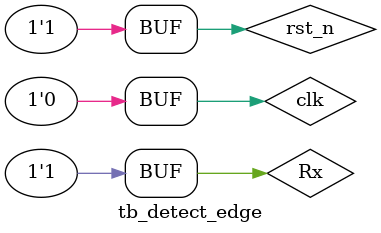
<source format=v>
module tb_detect_edge ();
    
    reg clk, rst_n, Rx;
    wire change;

    detect_edge duv(
        .clk(clk),
        .rst_n(rst_n),
        .in(Rx),
        .change(change)
    );

    //generate clk
    initial begin
        clk = 0;
        repeat(400) #10 clk = ~clk;
    end

    initial begin
        rst_n = 1;
        #10 rst_n = 0;
	    #20 rst_n = 1;
    end

    // Init Rx
    initial begin
        Rx = 1'b1;
        #90 Rx = 1'b0;
        repeat(8) #20 Rx = $random;
        #20 Rx = 1'b1;
        #20 Rx = 1'b1;
        #100 Rx = 1'b0;
        repeat(8) #20 Rx = $random;
        #20 Rx = 1'b1;
    end
endmodule
</source>
